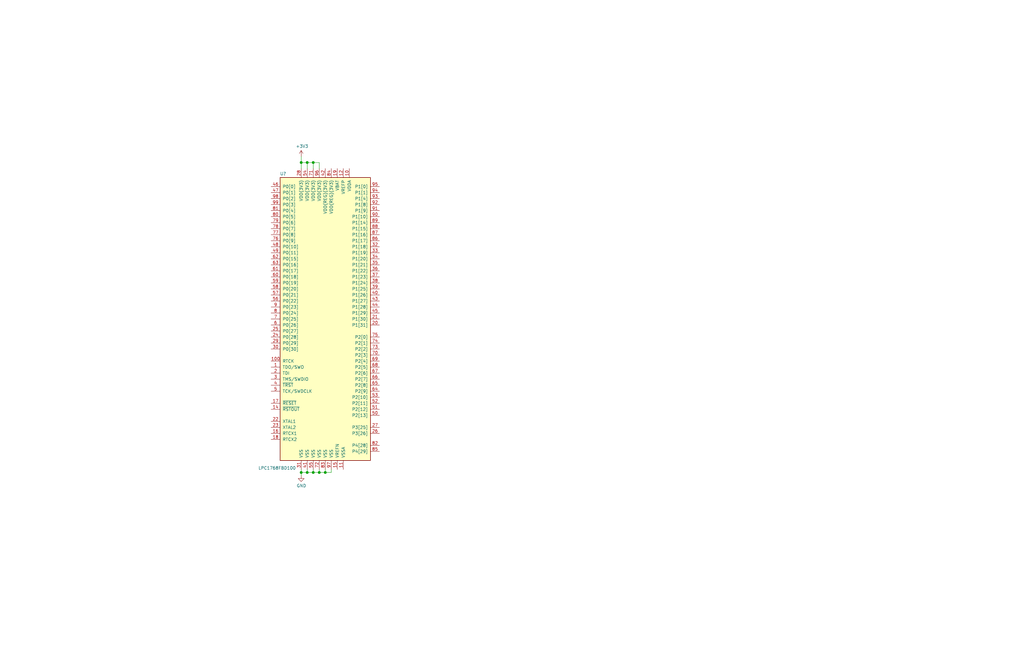
<source format=kicad_sch>
(kicad_sch (version 20201015) (generator eeschema)
  (page 1 6)
  (paper "USLedger")
  (lib_symbols
    (symbol "MCU_NXP_LPC:LPC1768FBD100" (pin_names (offset 1.016))
      (property "Reference" "U" (at -17.78 62.23 0))
      (property "Value" "LPC1768FBD100" (at 20.32 62.23 0))
      (symbol "LPC1768FBD100_0_1"
        (rectangle (start -19.05 59.69) (end 19.05 -59.69) (stroke (width 0.254)) (fill (type background)))
      )
      (symbol "LPC1768FBD100_1_1"
        (pin output line (at -22.86 -20.32 0) (length 3.81) (name "TDO/SWO") (number "1"))
        (pin power_in line (at 10.16 63.5 270) (length 3.81) (name "VDDA") (number "10"))
        (pin output line (at -22.86 -17.78 0) (length 3.81) (name "RTCK") (number "100"))
        (pin power_in line (at 7.62 -63.5 90) (length 3.81) (name "VSSA") (number "11"))
        (pin power_in line (at 7.62 63.5 270) (length 3.81) (name "VREFP") (number "12"))
        (pin unconnected line (at -22.86 -55.88 0) (length 3.81) hide (name "NC") (number "13"))
        (pin output line (at -22.86 -38.1 0) (length 3.81) (name "~RSTOUT~") (number "14"))
        (pin power_in line (at 5.08 -63.5 90) (length 3.81) (name "VREFN") (number "15"))
        (pin input line (at -22.86 -48.26 0) (length 3.81) (name "RTCX1") (number "16"))
        (pin input line (at -22.86 -35.56 0) (length 3.81) (name "~RESET~") (number "17"))
        (pin output line (at -22.86 -50.8 0) (length 3.81) (name "RTCX2") (number "18"))
        (pin power_in line (at 5.08 63.5 270) (length 3.81) (name "VBAT") (number "19"))
        (pin input line (at -22.86 -22.86 0) (length 3.81) (name "TDI") (number "2"))
        (pin bidirectional line (at 22.86 -2.54 180) (length 3.81) (name "P1[31]") (number "20"))
        (pin bidirectional line (at 22.86 0 180) (length 3.81) (name "P1[30]") (number "21"))
        (pin input line (at -22.86 -43.18 0) (length 3.81) (name "XTAL1") (number "22"))
        (pin output line (at -22.86 -45.72 0) (length 3.81) (name "XTAL2") (number "23"))
        (pin bidirectional line (at -22.86 -7.62 0) (length 3.81) (name "P0[28]") (number "24"))
        (pin bidirectional line (at -22.86 -5.08 0) (length 3.81) (name "P0[27]") (number "25"))
        (pin bidirectional line (at 22.86 -48.26 180) (length 3.81) (name "P3[26]") (number "26"))
        (pin bidirectional line (at 22.86 -45.72 180) (length 3.81) (name "P3[25]") (number "27"))
        (pin power_in line (at -10.16 63.5 270) (length 3.81) (name "VDD(3V3)") (number "28"))
        (pin bidirectional line (at -22.86 -10.16 0) (length 3.81) (name "P0[29]") (number "29"))
        (pin bidirectional line (at -22.86 -25.4 0) (length 3.81) (name "TMS/SWDIO") (number "3"))
        (pin bidirectional line (at -22.86 -12.7 0) (length 3.81) (name "P0[30]") (number "30"))
        (pin power_in line (at -10.16 -63.5 90) (length 3.81) (name "VSS") (number "31"))
        (pin bidirectional line (at 22.86 30.48 180) (length 3.81) (name "P1[18]") (number "32"))
        (pin bidirectional line (at 22.86 27.94 180) (length 3.81) (name "P1[19]") (number "33"))
        (pin bidirectional line (at 22.86 25.4 180) (length 3.81) (name "P1[20]") (number "34"))
        (pin bidirectional line (at 22.86 22.86 180) (length 3.81) (name "P1[21]") (number "35"))
        (pin bidirectional line (at 22.86 20.32 180) (length 3.81) (name "P1[22]") (number "36"))
        (pin bidirectional line (at 22.86 17.78 180) (length 3.81) (name "P1[23]") (number "37"))
        (pin bidirectional line (at 22.86 15.24 180) (length 3.81) (name "P1[24]") (number "38"))
        (pin bidirectional line (at 22.86 12.7 180) (length 3.81) (name "P1[25]") (number "39"))
        (pin input line (at -22.86 -27.94 0) (length 3.81) (name "~TRST~") (number "4"))
        (pin bidirectional line (at 22.86 10.16 180) (length 3.81) (name "P1[26]") (number "40"))
        (pin power_in line (at -7.62 -63.5 90) (length 3.81) (name "VSS") (number "41"))
        (pin power_in line (at 0 63.5 270) (length 3.81) (name "VDD(REG)(3V3)") (number "42"))
        (pin bidirectional line (at 22.86 7.62 180) (length 3.81) (name "P1[27]") (number "43"))
        (pin bidirectional line (at 22.86 5.08 180) (length 3.81) (name "P1[28]") (number "44"))
        (pin bidirectional line (at 22.86 2.54 180) (length 3.81) (name "P1[29]") (number "45"))
        (pin bidirectional line (at -22.86 55.88 0) (length 3.81) (name "P0[0]") (number "46"))
        (pin bidirectional line (at -22.86 53.34 0) (length 3.81) (name "P0[1]") (number "47"))
        (pin bidirectional line (at -22.86 30.48 0) (length 3.81) (name "P0[10]") (number "48"))
        (pin bidirectional line (at -22.86 27.94 0) (length 3.81) (name "P0[11]") (number "49"))
        (pin input line (at -22.86 -30.48 0) (length 3.81) (name "TCK/SWDCLK") (number "5"))
        (pin bidirectional line (at 22.86 -40.64 180) (length 3.81) (name "P2[13]") (number "50"))
        (pin bidirectional line (at 22.86 -38.1 180) (length 3.81) (name "P2[12]") (number "51"))
        (pin bidirectional line (at 22.86 -35.56 180) (length 3.81) (name "P2[11]") (number "52"))
        (pin bidirectional line (at 22.86 -33.02 180) (length 3.81) (name "P2[10]") (number "53"))
        (pin power_in line (at -7.62 63.5 270) (length 3.81) (name "VDD(3V3)") (number "54"))
        (pin power_in line (at -5.08 -63.5 90) (length 3.81) (name "VSS") (number "55"))
        (pin bidirectional line (at -22.86 7.62 0) (length 3.81) (name "P0[22]") (number "56"))
        (pin bidirectional line (at -22.86 10.16 0) (length 3.81) (name "P0[21]") (number "57"))
        (pin bidirectional line (at -22.86 12.7 0) (length 3.81) (name "P0[20]") (number "58"))
        (pin bidirectional line (at -22.86 15.24 0) (length 3.81) (name "P0[19]") (number "59"))
        (pin bidirectional line (at -22.86 -2.54 0) (length 3.81) (name "P0[26]") (number "6"))
        (pin bidirectional line (at -22.86 17.78 0) (length 3.81) (name "P0[18]") (number "60"))
        (pin bidirectional line (at -22.86 20.32 0) (length 3.81) (name "P0[17]") (number "61"))
        (pin bidirectional line (at -22.86 25.4 0) (length 3.81) (name "P0[15]") (number "62"))
        (pin bidirectional line (at -22.86 22.86 0) (length 3.81) (name "P0[16]") (number "63"))
        (pin bidirectional line (at 22.86 -30.48 180) (length 3.81) (name "P2[9]") (number "64"))
        (pin bidirectional line (at 22.86 -27.94 180) (length 3.81) (name "P2[8]") (number "65"))
        (pin bidirectional line (at 22.86 -25.4 180) (length 3.81) (name "P2[7]") (number "66"))
        (pin bidirectional line (at 22.86 -22.86 180) (length 3.81) (name "P2[6]") (number "67"))
        (pin bidirectional line (at 22.86 -20.32 180) (length 3.81) (name "P2[5]") (number "68"))
        (pin bidirectional line (at 22.86 -17.78 180) (length 3.81) (name "P2[4]") (number "69"))
        (pin bidirectional line (at -22.86 0 0) (length 3.81) (name "P0[25]") (number "7"))
        (pin bidirectional line (at 22.86 -15.24 180) (length 3.81) (name "P2[3]") (number "70"))
        (pin power_in line (at -5.08 63.5 270) (length 3.81) (name "VDD(3V3)") (number "71"))
        (pin power_in line (at -2.54 -63.5 90) (length 3.81) (name "VSS") (number "72"))
        (pin bidirectional line (at 22.86 -12.7 180) (length 3.81) (name "P2[2]") (number "73"))
        (pin bidirectional line (at 22.86 -10.16 180) (length 3.81) (name "P2[1]") (number "74"))
        (pin bidirectional line (at 22.86 -7.62 180) (length 3.81) (name "P2[0]") (number "75"))
        (pin bidirectional line (at -22.86 33.02 0) (length 3.81) (name "P0[9]") (number "76"))
        (pin bidirectional line (at -22.86 35.56 0) (length 3.81) (name "P0[8]") (number "77"))
        (pin bidirectional line (at -22.86 38.1 0) (length 3.81) (name "P0[7]") (number "78"))
        (pin bidirectional line (at -22.86 40.64 0) (length 3.81) (name "P0[6]") (number "79"))
        (pin bidirectional line (at -22.86 2.54 0) (length 3.81) (name "P0[24]") (number "8"))
        (pin bidirectional line (at -22.86 43.18 0) (length 3.81) (name "P0[5]") (number "80"))
        (pin bidirectional line (at -22.86 45.72 0) (length 3.81) (name "P0[4]") (number "81"))
        (pin bidirectional line (at 22.86 -53.34 180) (length 3.81) (name "P4[28]") (number "82"))
        (pin power_in line (at 0 -63.5 90) (length 3.81) (name "VSS") (number "83"))
        (pin power_in line (at 2.54 63.5 270) (length 3.81) (name "VDD(REG)(3V3)") (number "84"))
        (pin bidirectional line (at 22.86 -55.88 180) (length 3.81) (name "P4[29]") (number "85"))
        (pin bidirectional line (at 22.86 33.02 180) (length 3.81) (name "P1[17]") (number "86"))
        (pin bidirectional line (at 22.86 35.56 180) (length 3.81) (name "P1[16]") (number "87"))
        (pin bidirectional line (at 22.86 38.1 180) (length 3.81) (name "P1[15]") (number "88"))
        (pin bidirectional line (at 22.86 40.64 180) (length 3.81) (name "P1[14]") (number "89"))
        (pin bidirectional line (at -22.86 5.08 0) (length 3.81) (name "P0[23]") (number "9"))
        (pin bidirectional line (at 22.86 43.18 180) (length 3.81) (name "P1[10]") (number "90"))
        (pin bidirectional line (at 22.86 45.72 180) (length 3.81) (name "P1[9]") (number "91"))
        (pin bidirectional line (at 22.86 48.26 180) (length 3.81) (name "P1[8]") (number "92"))
        (pin bidirectional line (at 22.86 50.8 180) (length 3.81) (name "P1[4]") (number "93"))
        (pin bidirectional line (at 22.86 53.34 180) (length 3.81) (name "P1[1]") (number "94"))
        (pin bidirectional line (at 22.86 55.88 180) (length 3.81) (name "P1[0]") (number "95"))
        (pin power_in line (at -2.54 63.5 270) (length 3.81) (name "VDD(3V3)") (number "96"))
        (pin power_in line (at 2.54 -63.5 90) (length 3.81) (name "VSS") (number "97"))
        (pin bidirectional line (at -22.86 50.8 0) (length 3.81) (name "P0[2]") (number "98"))
        (pin bidirectional line (at -22.86 48.26 0) (length 3.81) (name "P0[3]") (number "99"))
      )
    )
    (symbol "power:+3V3" (power) (pin_names (offset 0))
      (property "Value" "+3V3" (at 0 3.556 0))
      (symbol "+3V3_0_1"
        (polyline (pts (xy -0.762 1.27) (xy 0 2.54)))
        (polyline (pts (xy 0 0) (xy 0 2.54)))
        (polyline (pts (xy 0 2.54) (xy 0.762 1.27)))
      )
      (symbol "+3V3_1_1"
        (pin power_in line (at 0 0 90) (length 0) hide (name "+3V3") (number "1"))
      )
    )
    (symbol "power:GND" (power) (pin_names (offset 0))
      (property "Value" "GND" (at 0 -3.81 0))
      (symbol "GND_0_1"
        (polyline (pts (xy 0 0) (xy 0 -1.27) (xy 1.27 -1.27) (xy 0 -2.54) (xy -1.27 -1.27) (xy 0 -1.27)))
      )
      (symbol "GND_1_1"
        (pin power_in line (at 0 0 270) (length 0) hide (name "GND") (number "1"))
      )
    )
  )
  (junction (at 127 68.58) (diameter 1.016))
  (junction (at 127 199.39) (diameter 1.016))
  (junction (at 129.54 68.58) (diameter 1.016))
  (junction (at 129.54 199.39) (diameter 1.016))
  (junction (at 132.08 68.58) (diameter 1.016))
  (junction (at 132.08 199.39) (diameter 1.016))
  (junction (at 134.62 199.39) (diameter 1.016))
  (junction (at 137.16 199.39) (diameter 1.016))
  (wire (pts (xy 127 66.04) (xy 127 68.58)))
  (wire (pts (xy 127 68.58) (xy 127 71.12)))
  (wire (pts (xy 127 68.58) (xy 129.54 68.58)))
  (wire (pts (xy 127 198.12) (xy 127 199.39)))
  (wire (pts (xy 127 199.39) (xy 127 200.66)))
  (wire (pts (xy 127 199.39) (xy 129.54 199.39)))
  (wire (pts (xy 129.54 68.58) (xy 129.54 71.12)))
  (wire (pts (xy 129.54 68.58) (xy 132.08 68.58)))
  (wire (pts (xy 129.54 198.12) (xy 129.54 199.39)))
  (wire (pts (xy 129.54 199.39) (xy 132.08 199.39)))
  (wire (pts (xy 132.08 68.58) (xy 132.08 71.12)))
  (wire (pts (xy 132.08 68.58) (xy 134.62 68.58)))
  (wire (pts (xy 132.08 198.12) (xy 132.08 199.39)))
  (wire (pts (xy 132.08 199.39) (xy 134.62 199.39)))
  (wire (pts (xy 134.62 68.58) (xy 134.62 71.12)))
  (wire (pts (xy 134.62 198.12) (xy 134.62 199.39)))
  (wire (pts (xy 134.62 199.39) (xy 137.16 199.39)))
  (wire (pts (xy 137.16 198.12) (xy 137.16 199.39)))
  (wire (pts (xy 137.16 199.39) (xy 139.7 199.39)))
  (wire (pts (xy 139.7 199.39) (xy 139.7 198.12)))
  (symbol (lib_id "power:+3V3") (at 127 66.04 0) (unit 1)
    (property "Reference" "#PWR?" (effects hide))
    (property "Value" "+3V3" (at 127.3683 61.7156 0))
  )
  (symbol (lib_id "power:GND") (at 127 200.66 0) (unit 1)
    (property "Reference" "#PWR?" (effects hide))
    (property "Value" "GND" (at 127.1143 204.9844 0))
  )
  (symbol (lib_id "MCU_NXP_LPC:LPC1768FBD100") (at 137.16 134.62 0) (unit 1)
    (property "Reference" "U?" (at 119.38 73.2854 0))
    (property "Value" "LPC1768FBD100" (at 116.84 197.5041 0))
    (property "Footprint" "Package_QFP:LQFP-100_14x14mm_P0.5mm" (effects hide))
    (property "Datasheet" "http://www.nxp.com/documents/data_sheet/LPC1769_68_67_66_65_64_63.pdf" (effects hide))
  )
)
</source>
